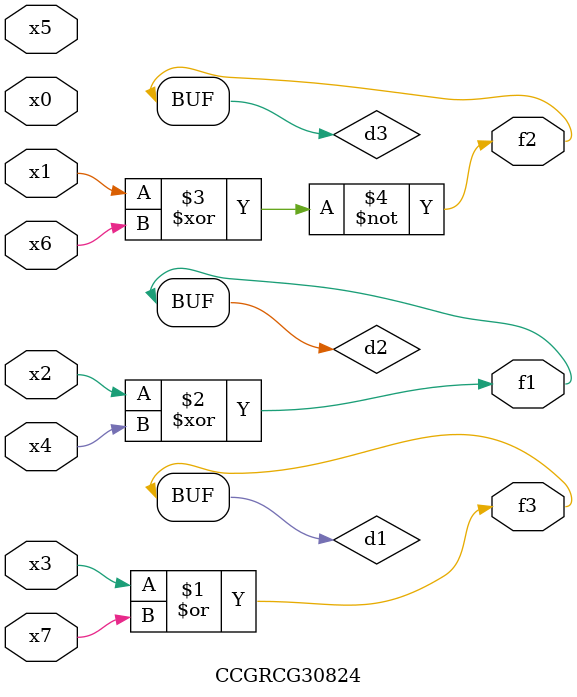
<source format=v>
module CCGRCG30824(
	input x0, x1, x2, x3, x4, x5, x6, x7,
	output f1, f2, f3
);

	wire d1, d2, d3;

	or (d1, x3, x7);
	xor (d2, x2, x4);
	xnor (d3, x1, x6);
	assign f1 = d2;
	assign f2 = d3;
	assign f3 = d1;
endmodule

</source>
